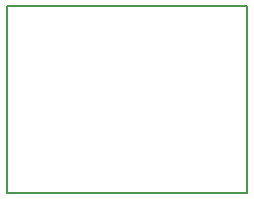
<source format=gbr>
G04 #@! TF.FileFunction,Profile,NP*
%FSLAX46Y46*%
G04 Gerber Fmt 4.6, Leading zero omitted, Abs format (unit mm)*
G04 Created by KiCad (PCBNEW 4.0.7) date 06/18/18 11:18:57*
%MOMM*%
%LPD*%
G01*
G04 APERTURE LIST*
%ADD10C,0.100000*%
%ADD11C,0.150000*%
G04 APERTURE END LIST*
D10*
D11*
X20320000Y0D02*
X0Y0D01*
X20320000Y15875000D02*
X20320000Y0D01*
X0Y15875000D02*
X20320000Y15875000D01*
X0Y0D02*
X0Y15875000D01*
M02*

</source>
